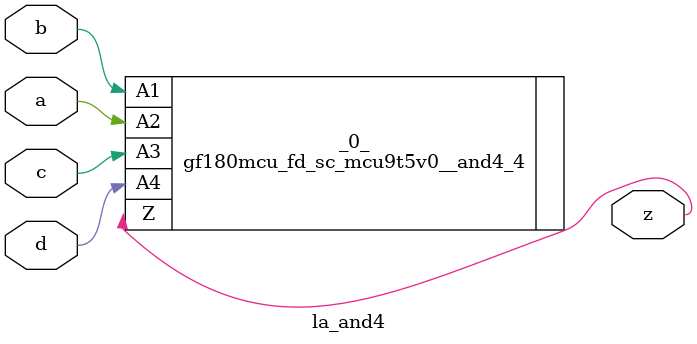
<source format=v>

/* Generated by Yosys 0.44 (git sha1 80ba43d26, g++ 11.4.0-1ubuntu1~22.04 -fPIC -O3) */

(* top =  1  *)
(* src = "generated" *)
module la_and4 (
    a,
    b,
    c,
    d,
    z
);
  (* src = "generated" *)
  input a;
  wire a;
  (* src = "generated" *)
  input b;
  wire b;
  (* src = "generated" *)
  input c;
  wire c;
  (* src = "generated" *)
  input d;
  wire d;
  (* src = "generated" *)
  output z;
  wire z;
  gf180mcu_fd_sc_mcu9t5v0__and4_4 _0_ (
      .A1(b),
      .A2(a),
      .A3(c),
      .A4(d),
      .Z (z)
  );
endmodule

</source>
